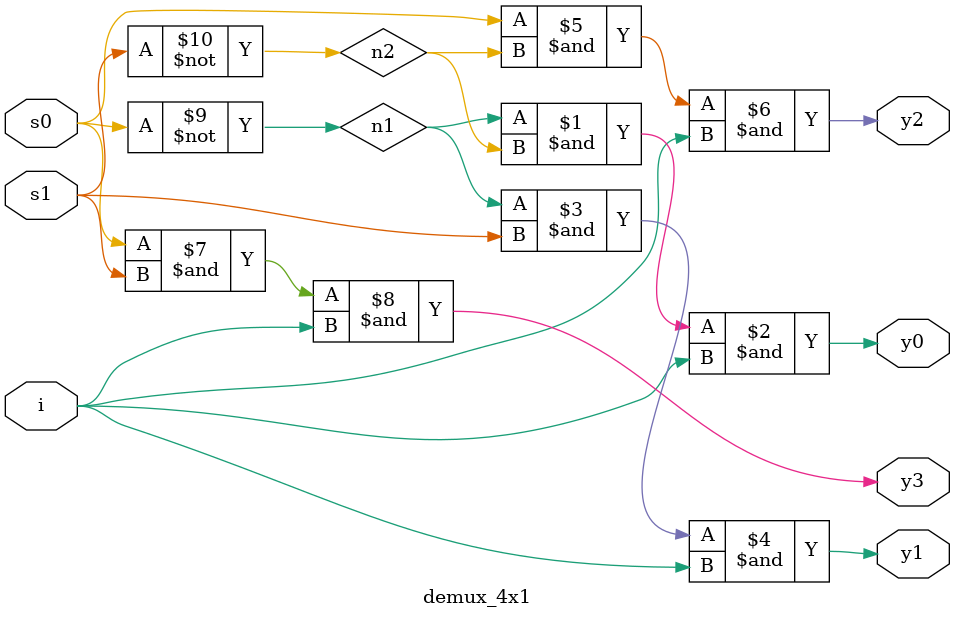
<source format=v>
module demux_4x1(input s0,s1,i,output y0,y1,y2,y3);
wire n1,n2;

not (n1,s0);
not (n2,s1);

and (y0,n1,n2,i);
and (y1,n1,s1,i);
and (y2,s0,n2,i);
and (y3,s0,s1,i);

endmodule

</source>
